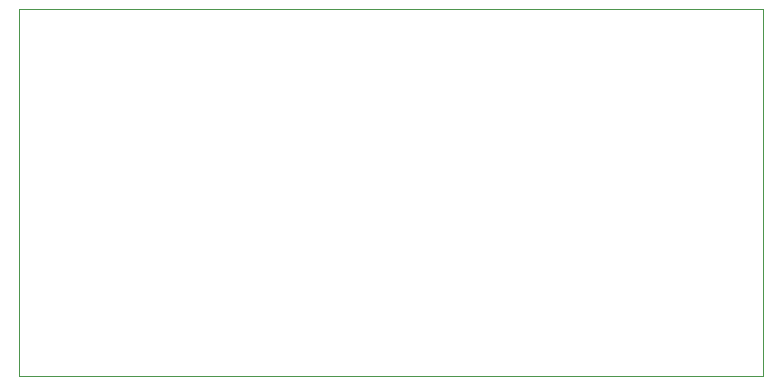
<source format=gbr>
G04 #@! TF.GenerationSoftware,KiCad,Pcbnew,5.99.0-unknown-acdfeee~88~ubuntu18.04.1*
G04 #@! TF.CreationDate,2020-05-13T21:49:14+03:00*
G04 #@! TF.ProjectId,LoRaNode,4c6f5261-4e6f-4646-952e-6b696361645f,1.1*
G04 #@! TF.SameCoordinates,Original*
G04 #@! TF.FileFunction,Profile,NP*
%FSLAX46Y46*%
G04 Gerber Fmt 4.6, Leading zero omitted, Abs format (unit mm)*
G04 Created by KiCad (PCBNEW 5.99.0-unknown-acdfeee~88~ubuntu18.04.1) date 2020-05-13 21:49:14*
%MOMM*%
%LPD*%
G01*
G04 APERTURE LIST*
G04 #@! TA.AperFunction,Profile*
%ADD10C,0.050000*%
G04 #@! TD*
G04 APERTURE END LIST*
D10*
X85000000Y-112000000D02*
X85000000Y-143000000D01*
X148000000Y-112000000D02*
X85000000Y-112000000D01*
X148000000Y-143000000D02*
X148000000Y-112000000D01*
X85000000Y-143000000D02*
X148000000Y-143000000D01*
M02*

</source>
